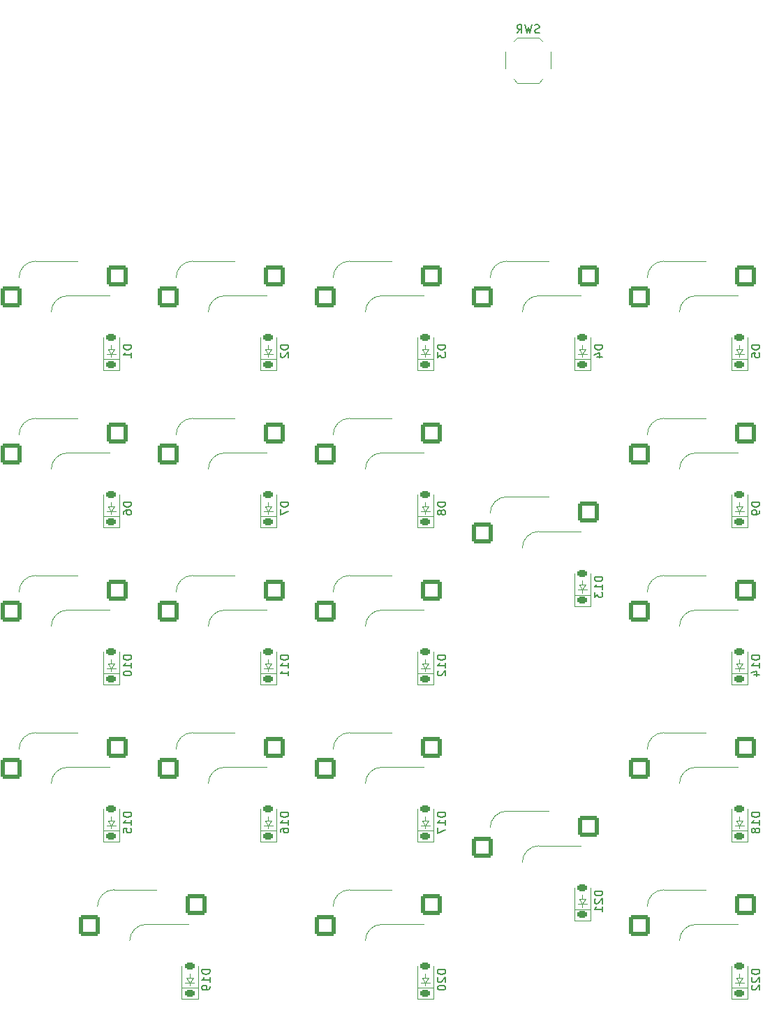
<source format=gbo>
%TF.GenerationSoftware,KiCad,Pcbnew,9.0.6*%
%TF.CreationDate,2025-11-16T09:10:11-08:00*%
%TF.ProjectId,MacroPad,4d616372-6f50-4616-942e-6b696361645f,rev?*%
%TF.SameCoordinates,Original*%
%TF.FileFunction,Legend,Bot*%
%TF.FilePolarity,Positive*%
%FSLAX46Y46*%
G04 Gerber Fmt 4.6, Leading zero omitted, Abs format (unit mm)*
G04 Created by KiCad (PCBNEW 9.0.6) date 2025-11-16 09:10:11*
%MOMM*%
%LPD*%
G01*
G04 APERTURE LIST*
G04 Aperture macros list*
%AMRoundRect*
0 Rectangle with rounded corners*
0 $1 Rounding radius*
0 $2 $3 $4 $5 $6 $7 $8 $9 X,Y pos of 4 corners*
0 Add a 4 corners polygon primitive as box body*
4,1,4,$2,$3,$4,$5,$6,$7,$8,$9,$2,$3,0*
0 Add four circle primitives for the rounded corners*
1,1,$1+$1,$2,$3*
1,1,$1+$1,$4,$5*
1,1,$1+$1,$6,$7*
1,1,$1+$1,$8,$9*
0 Add four rect primitives between the rounded corners*
20,1,$1+$1,$2,$3,$4,$5,0*
20,1,$1+$1,$4,$5,$6,$7,0*
20,1,$1+$1,$6,$7,$8,$9,0*
20,1,$1+$1,$8,$9,$2,$3,0*%
%AMFreePoly0*
4,1,37,0.000000,0.796148,0.078414,0.796148,0.232228,0.765552,0.377117,0.705537,0.507515,0.618408,0.618408,0.507515,0.705537,0.377117,0.765552,0.232228,0.796148,0.078414,0.796148,-0.078414,0.765552,-0.232228,0.705537,-0.377117,0.618408,-0.507515,0.507515,-0.618408,0.377117,-0.705537,0.232228,-0.765552,0.078414,-0.796148,0.000000,-0.796148,0.000000,-0.800000,-0.600000,-0.800000,
-0.603843,-0.796157,-0.639018,-0.796157,-0.711114,-0.766294,-0.766294,-0.711114,-0.796157,-0.639018,-0.796157,-0.603843,-0.800000,-0.600000,-0.800000,0.600000,-0.796157,0.603843,-0.796157,0.639018,-0.766294,0.711114,-0.711114,0.766294,-0.639018,0.796157,-0.603843,0.796157,-0.600000,0.800000,0.000000,0.800000,0.000000,0.796148,0.000000,0.796148,$1*%
%AMFreePoly1*
4,1,37,0.603843,0.796157,0.639018,0.796157,0.711114,0.766294,0.766294,0.711114,0.796157,0.639018,0.796157,0.603843,0.800000,0.600000,0.800000,-0.600000,0.796157,-0.603843,0.796157,-0.639018,0.766294,-0.711114,0.711114,-0.766294,0.639018,-0.796157,0.603843,-0.796157,0.600000,-0.800000,0.000000,-0.800000,0.000000,-0.796148,-0.078414,-0.796148,-0.232228,-0.765552,-0.377117,-0.705537,
-0.507515,-0.618408,-0.618408,-0.507515,-0.705537,-0.377117,-0.765552,-0.232228,-0.796148,-0.078414,-0.796148,0.078414,-0.765552,0.232228,-0.705537,0.377117,-0.618408,0.507515,-0.507515,0.618408,-0.377117,0.705537,-0.232228,0.765552,-0.078414,0.796148,0.000000,0.796148,0.000000,0.800000,0.600000,0.800000,0.603843,0.796157,0.603843,0.796157,$1*%
G04 Aperture macros list end*
%ADD10C,0.150000*%
%ADD11C,0.120000*%
%ADD12C,0.100000*%
%ADD13C,1.750000*%
%ADD14C,3.050000*%
%ADD15C,4.000000*%
%ADD16RoundRect,0.250000X-1.025000X-1.000000X1.025000X-1.000000X1.025000X1.000000X-1.025000X1.000000X0*%
%ADD17C,3.048000*%
%ADD18C,3.987800*%
%ADD19C,2.200000*%
%ADD20C,1.600000*%
%ADD21FreePoly0,90.000000*%
%ADD22FreePoly1,90.000000*%
%ADD23RoundRect,0.200000X0.600000X-0.600000X0.600000X0.600000X-0.600000X0.600000X-0.600000X-0.600000X0*%
%ADD24RoundRect,0.225000X0.375000X-0.225000X0.375000X0.225000X-0.375000X0.225000X-0.375000X-0.225000X0*%
%ADD25R,1.000000X0.750000*%
G04 APERTURE END LIST*
D10*
X76404819Y-160235714D02*
X75404819Y-160235714D01*
X75404819Y-160235714D02*
X75404819Y-160473809D01*
X75404819Y-160473809D02*
X75452438Y-160616666D01*
X75452438Y-160616666D02*
X75547676Y-160711904D01*
X75547676Y-160711904D02*
X75642914Y-160759523D01*
X75642914Y-160759523D02*
X75833390Y-160807142D01*
X75833390Y-160807142D02*
X75976247Y-160807142D01*
X75976247Y-160807142D02*
X76166723Y-160759523D01*
X76166723Y-160759523D02*
X76261961Y-160711904D01*
X76261961Y-160711904D02*
X76357200Y-160616666D01*
X76357200Y-160616666D02*
X76404819Y-160473809D01*
X76404819Y-160473809D02*
X76404819Y-160235714D01*
X76404819Y-161759523D02*
X76404819Y-161188095D01*
X76404819Y-161473809D02*
X75404819Y-161473809D01*
X75404819Y-161473809D02*
X75547676Y-161378571D01*
X75547676Y-161378571D02*
X75642914Y-161283333D01*
X75642914Y-161283333D02*
X75690533Y-161188095D01*
X76404819Y-162235714D02*
X76404819Y-162426190D01*
X76404819Y-162426190D02*
X76357200Y-162521428D01*
X76357200Y-162521428D02*
X76309580Y-162569047D01*
X76309580Y-162569047D02*
X76166723Y-162664285D01*
X76166723Y-162664285D02*
X75976247Y-162711904D01*
X75976247Y-162711904D02*
X75595295Y-162711904D01*
X75595295Y-162711904D02*
X75500057Y-162664285D01*
X75500057Y-162664285D02*
X75452438Y-162616666D01*
X75452438Y-162616666D02*
X75404819Y-162521428D01*
X75404819Y-162521428D02*
X75404819Y-162330952D01*
X75404819Y-162330952D02*
X75452438Y-162235714D01*
X75452438Y-162235714D02*
X75500057Y-162188095D01*
X75500057Y-162188095D02*
X75595295Y-162140476D01*
X75595295Y-162140476D02*
X75833390Y-162140476D01*
X75833390Y-162140476D02*
X75928628Y-162188095D01*
X75928628Y-162188095D02*
X75976247Y-162235714D01*
X75976247Y-162235714D02*
X76023866Y-162330952D01*
X76023866Y-162330952D02*
X76023866Y-162521428D01*
X76023866Y-162521428D02*
X75976247Y-162616666D01*
X75976247Y-162616666D02*
X75928628Y-162664285D01*
X75928628Y-162664285D02*
X75833390Y-162711904D01*
X104979819Y-122135714D02*
X103979819Y-122135714D01*
X103979819Y-122135714D02*
X103979819Y-122373809D01*
X103979819Y-122373809D02*
X104027438Y-122516666D01*
X104027438Y-122516666D02*
X104122676Y-122611904D01*
X104122676Y-122611904D02*
X104217914Y-122659523D01*
X104217914Y-122659523D02*
X104408390Y-122707142D01*
X104408390Y-122707142D02*
X104551247Y-122707142D01*
X104551247Y-122707142D02*
X104741723Y-122659523D01*
X104741723Y-122659523D02*
X104836961Y-122611904D01*
X104836961Y-122611904D02*
X104932200Y-122516666D01*
X104932200Y-122516666D02*
X104979819Y-122373809D01*
X104979819Y-122373809D02*
X104979819Y-122135714D01*
X104979819Y-123659523D02*
X104979819Y-123088095D01*
X104979819Y-123373809D02*
X103979819Y-123373809D01*
X103979819Y-123373809D02*
X104122676Y-123278571D01*
X104122676Y-123278571D02*
X104217914Y-123183333D01*
X104217914Y-123183333D02*
X104265533Y-123088095D01*
X104075057Y-124040476D02*
X104027438Y-124088095D01*
X104027438Y-124088095D02*
X103979819Y-124183333D01*
X103979819Y-124183333D02*
X103979819Y-124421428D01*
X103979819Y-124421428D02*
X104027438Y-124516666D01*
X104027438Y-124516666D02*
X104075057Y-124564285D01*
X104075057Y-124564285D02*
X104170295Y-124611904D01*
X104170295Y-124611904D02*
X104265533Y-124611904D01*
X104265533Y-124611904D02*
X104408390Y-124564285D01*
X104408390Y-124564285D02*
X104979819Y-123992857D01*
X104979819Y-123992857D02*
X104979819Y-124611904D01*
X104979819Y-84511905D02*
X103979819Y-84511905D01*
X103979819Y-84511905D02*
X103979819Y-84750000D01*
X103979819Y-84750000D02*
X104027438Y-84892857D01*
X104027438Y-84892857D02*
X104122676Y-84988095D01*
X104122676Y-84988095D02*
X104217914Y-85035714D01*
X104217914Y-85035714D02*
X104408390Y-85083333D01*
X104408390Y-85083333D02*
X104551247Y-85083333D01*
X104551247Y-85083333D02*
X104741723Y-85035714D01*
X104741723Y-85035714D02*
X104836961Y-84988095D01*
X104836961Y-84988095D02*
X104932200Y-84892857D01*
X104932200Y-84892857D02*
X104979819Y-84750000D01*
X104979819Y-84750000D02*
X104979819Y-84511905D01*
X103979819Y-85416667D02*
X103979819Y-86035714D01*
X103979819Y-86035714D02*
X104360771Y-85702381D01*
X104360771Y-85702381D02*
X104360771Y-85845238D01*
X104360771Y-85845238D02*
X104408390Y-85940476D01*
X104408390Y-85940476D02*
X104456009Y-85988095D01*
X104456009Y-85988095D02*
X104551247Y-86035714D01*
X104551247Y-86035714D02*
X104789342Y-86035714D01*
X104789342Y-86035714D02*
X104884580Y-85988095D01*
X104884580Y-85988095D02*
X104932200Y-85940476D01*
X104932200Y-85940476D02*
X104979819Y-85845238D01*
X104979819Y-85845238D02*
X104979819Y-85559524D01*
X104979819Y-85559524D02*
X104932200Y-85464286D01*
X104932200Y-85464286D02*
X104884580Y-85416667D01*
X124029819Y-150710714D02*
X123029819Y-150710714D01*
X123029819Y-150710714D02*
X123029819Y-150948809D01*
X123029819Y-150948809D02*
X123077438Y-151091666D01*
X123077438Y-151091666D02*
X123172676Y-151186904D01*
X123172676Y-151186904D02*
X123267914Y-151234523D01*
X123267914Y-151234523D02*
X123458390Y-151282142D01*
X123458390Y-151282142D02*
X123601247Y-151282142D01*
X123601247Y-151282142D02*
X123791723Y-151234523D01*
X123791723Y-151234523D02*
X123886961Y-151186904D01*
X123886961Y-151186904D02*
X123982200Y-151091666D01*
X123982200Y-151091666D02*
X124029819Y-150948809D01*
X124029819Y-150948809D02*
X124029819Y-150710714D01*
X123125057Y-151663095D02*
X123077438Y-151710714D01*
X123077438Y-151710714D02*
X123029819Y-151805952D01*
X123029819Y-151805952D02*
X123029819Y-152044047D01*
X123029819Y-152044047D02*
X123077438Y-152139285D01*
X123077438Y-152139285D02*
X123125057Y-152186904D01*
X123125057Y-152186904D02*
X123220295Y-152234523D01*
X123220295Y-152234523D02*
X123315533Y-152234523D01*
X123315533Y-152234523D02*
X123458390Y-152186904D01*
X123458390Y-152186904D02*
X124029819Y-151615476D01*
X124029819Y-151615476D02*
X124029819Y-152234523D01*
X124029819Y-153186904D02*
X124029819Y-152615476D01*
X124029819Y-152901190D02*
X123029819Y-152901190D01*
X123029819Y-152901190D02*
X123172676Y-152805952D01*
X123172676Y-152805952D02*
X123267914Y-152710714D01*
X123267914Y-152710714D02*
X123315533Y-152615476D01*
X143079819Y-103561905D02*
X142079819Y-103561905D01*
X142079819Y-103561905D02*
X142079819Y-103800000D01*
X142079819Y-103800000D02*
X142127438Y-103942857D01*
X142127438Y-103942857D02*
X142222676Y-104038095D01*
X142222676Y-104038095D02*
X142317914Y-104085714D01*
X142317914Y-104085714D02*
X142508390Y-104133333D01*
X142508390Y-104133333D02*
X142651247Y-104133333D01*
X142651247Y-104133333D02*
X142841723Y-104085714D01*
X142841723Y-104085714D02*
X142936961Y-104038095D01*
X142936961Y-104038095D02*
X143032200Y-103942857D01*
X143032200Y-103942857D02*
X143079819Y-103800000D01*
X143079819Y-103800000D02*
X143079819Y-103561905D01*
X143079819Y-104609524D02*
X143079819Y-104800000D01*
X143079819Y-104800000D02*
X143032200Y-104895238D01*
X143032200Y-104895238D02*
X142984580Y-104942857D01*
X142984580Y-104942857D02*
X142841723Y-105038095D01*
X142841723Y-105038095D02*
X142651247Y-105085714D01*
X142651247Y-105085714D02*
X142270295Y-105085714D01*
X142270295Y-105085714D02*
X142175057Y-105038095D01*
X142175057Y-105038095D02*
X142127438Y-104990476D01*
X142127438Y-104990476D02*
X142079819Y-104895238D01*
X142079819Y-104895238D02*
X142079819Y-104704762D01*
X142079819Y-104704762D02*
X142127438Y-104609524D01*
X142127438Y-104609524D02*
X142175057Y-104561905D01*
X142175057Y-104561905D02*
X142270295Y-104514286D01*
X142270295Y-104514286D02*
X142508390Y-104514286D01*
X142508390Y-104514286D02*
X142603628Y-104561905D01*
X142603628Y-104561905D02*
X142651247Y-104609524D01*
X142651247Y-104609524D02*
X142698866Y-104704762D01*
X142698866Y-104704762D02*
X142698866Y-104895238D01*
X142698866Y-104895238D02*
X142651247Y-104990476D01*
X142651247Y-104990476D02*
X142603628Y-105038095D01*
X142603628Y-105038095D02*
X142508390Y-105085714D01*
X143079819Y-84511905D02*
X142079819Y-84511905D01*
X142079819Y-84511905D02*
X142079819Y-84750000D01*
X142079819Y-84750000D02*
X142127438Y-84892857D01*
X142127438Y-84892857D02*
X142222676Y-84988095D01*
X142222676Y-84988095D02*
X142317914Y-85035714D01*
X142317914Y-85035714D02*
X142508390Y-85083333D01*
X142508390Y-85083333D02*
X142651247Y-85083333D01*
X142651247Y-85083333D02*
X142841723Y-85035714D01*
X142841723Y-85035714D02*
X142936961Y-84988095D01*
X142936961Y-84988095D02*
X143032200Y-84892857D01*
X143032200Y-84892857D02*
X143079819Y-84750000D01*
X143079819Y-84750000D02*
X143079819Y-84511905D01*
X142079819Y-85988095D02*
X142079819Y-85511905D01*
X142079819Y-85511905D02*
X142556009Y-85464286D01*
X142556009Y-85464286D02*
X142508390Y-85511905D01*
X142508390Y-85511905D02*
X142460771Y-85607143D01*
X142460771Y-85607143D02*
X142460771Y-85845238D01*
X142460771Y-85845238D02*
X142508390Y-85940476D01*
X142508390Y-85940476D02*
X142556009Y-85988095D01*
X142556009Y-85988095D02*
X142651247Y-86035714D01*
X142651247Y-86035714D02*
X142889342Y-86035714D01*
X142889342Y-86035714D02*
X142984580Y-85988095D01*
X142984580Y-85988095D02*
X143032200Y-85940476D01*
X143032200Y-85940476D02*
X143079819Y-85845238D01*
X143079819Y-85845238D02*
X143079819Y-85607143D01*
X143079819Y-85607143D02*
X143032200Y-85511905D01*
X143032200Y-85511905D02*
X142984580Y-85464286D01*
X143079819Y-122135714D02*
X142079819Y-122135714D01*
X142079819Y-122135714D02*
X142079819Y-122373809D01*
X142079819Y-122373809D02*
X142127438Y-122516666D01*
X142127438Y-122516666D02*
X142222676Y-122611904D01*
X142222676Y-122611904D02*
X142317914Y-122659523D01*
X142317914Y-122659523D02*
X142508390Y-122707142D01*
X142508390Y-122707142D02*
X142651247Y-122707142D01*
X142651247Y-122707142D02*
X142841723Y-122659523D01*
X142841723Y-122659523D02*
X142936961Y-122611904D01*
X142936961Y-122611904D02*
X143032200Y-122516666D01*
X143032200Y-122516666D02*
X143079819Y-122373809D01*
X143079819Y-122373809D02*
X143079819Y-122135714D01*
X143079819Y-123659523D02*
X143079819Y-123088095D01*
X143079819Y-123373809D02*
X142079819Y-123373809D01*
X142079819Y-123373809D02*
X142222676Y-123278571D01*
X142222676Y-123278571D02*
X142317914Y-123183333D01*
X142317914Y-123183333D02*
X142365533Y-123088095D01*
X142413152Y-124516666D02*
X143079819Y-124516666D01*
X142032200Y-124278571D02*
X142746485Y-124040476D01*
X142746485Y-124040476D02*
X142746485Y-124659523D01*
X66879819Y-141185714D02*
X65879819Y-141185714D01*
X65879819Y-141185714D02*
X65879819Y-141423809D01*
X65879819Y-141423809D02*
X65927438Y-141566666D01*
X65927438Y-141566666D02*
X66022676Y-141661904D01*
X66022676Y-141661904D02*
X66117914Y-141709523D01*
X66117914Y-141709523D02*
X66308390Y-141757142D01*
X66308390Y-141757142D02*
X66451247Y-141757142D01*
X66451247Y-141757142D02*
X66641723Y-141709523D01*
X66641723Y-141709523D02*
X66736961Y-141661904D01*
X66736961Y-141661904D02*
X66832200Y-141566666D01*
X66832200Y-141566666D02*
X66879819Y-141423809D01*
X66879819Y-141423809D02*
X66879819Y-141185714D01*
X66879819Y-142709523D02*
X66879819Y-142138095D01*
X66879819Y-142423809D02*
X65879819Y-142423809D01*
X65879819Y-142423809D02*
X66022676Y-142328571D01*
X66022676Y-142328571D02*
X66117914Y-142233333D01*
X66117914Y-142233333D02*
X66165533Y-142138095D01*
X65879819Y-143614285D02*
X65879819Y-143138095D01*
X65879819Y-143138095D02*
X66356009Y-143090476D01*
X66356009Y-143090476D02*
X66308390Y-143138095D01*
X66308390Y-143138095D02*
X66260771Y-143233333D01*
X66260771Y-143233333D02*
X66260771Y-143471428D01*
X66260771Y-143471428D02*
X66308390Y-143566666D01*
X66308390Y-143566666D02*
X66356009Y-143614285D01*
X66356009Y-143614285D02*
X66451247Y-143661904D01*
X66451247Y-143661904D02*
X66689342Y-143661904D01*
X66689342Y-143661904D02*
X66784580Y-143614285D01*
X66784580Y-143614285D02*
X66832200Y-143566666D01*
X66832200Y-143566666D02*
X66879819Y-143471428D01*
X66879819Y-143471428D02*
X66879819Y-143233333D01*
X66879819Y-143233333D02*
X66832200Y-143138095D01*
X66832200Y-143138095D02*
X66784580Y-143090476D01*
X66879819Y-103561905D02*
X65879819Y-103561905D01*
X65879819Y-103561905D02*
X65879819Y-103800000D01*
X65879819Y-103800000D02*
X65927438Y-103942857D01*
X65927438Y-103942857D02*
X66022676Y-104038095D01*
X66022676Y-104038095D02*
X66117914Y-104085714D01*
X66117914Y-104085714D02*
X66308390Y-104133333D01*
X66308390Y-104133333D02*
X66451247Y-104133333D01*
X66451247Y-104133333D02*
X66641723Y-104085714D01*
X66641723Y-104085714D02*
X66736961Y-104038095D01*
X66736961Y-104038095D02*
X66832200Y-103942857D01*
X66832200Y-103942857D02*
X66879819Y-103800000D01*
X66879819Y-103800000D02*
X66879819Y-103561905D01*
X65879819Y-104990476D02*
X65879819Y-104800000D01*
X65879819Y-104800000D02*
X65927438Y-104704762D01*
X65927438Y-104704762D02*
X65975057Y-104657143D01*
X65975057Y-104657143D02*
X66117914Y-104561905D01*
X66117914Y-104561905D02*
X66308390Y-104514286D01*
X66308390Y-104514286D02*
X66689342Y-104514286D01*
X66689342Y-104514286D02*
X66784580Y-104561905D01*
X66784580Y-104561905D02*
X66832200Y-104609524D01*
X66832200Y-104609524D02*
X66879819Y-104704762D01*
X66879819Y-104704762D02*
X66879819Y-104895238D01*
X66879819Y-104895238D02*
X66832200Y-104990476D01*
X66832200Y-104990476D02*
X66784580Y-105038095D01*
X66784580Y-105038095D02*
X66689342Y-105085714D01*
X66689342Y-105085714D02*
X66451247Y-105085714D01*
X66451247Y-105085714D02*
X66356009Y-105038095D01*
X66356009Y-105038095D02*
X66308390Y-104990476D01*
X66308390Y-104990476D02*
X66260771Y-104895238D01*
X66260771Y-104895238D02*
X66260771Y-104704762D01*
X66260771Y-104704762D02*
X66308390Y-104609524D01*
X66308390Y-104609524D02*
X66356009Y-104561905D01*
X66356009Y-104561905D02*
X66451247Y-104514286D01*
X116357142Y-46657200D02*
X116214285Y-46704819D01*
X116214285Y-46704819D02*
X115976190Y-46704819D01*
X115976190Y-46704819D02*
X115880952Y-46657200D01*
X115880952Y-46657200D02*
X115833333Y-46609580D01*
X115833333Y-46609580D02*
X115785714Y-46514342D01*
X115785714Y-46514342D02*
X115785714Y-46419104D01*
X115785714Y-46419104D02*
X115833333Y-46323866D01*
X115833333Y-46323866D02*
X115880952Y-46276247D01*
X115880952Y-46276247D02*
X115976190Y-46228628D01*
X115976190Y-46228628D02*
X116166666Y-46181009D01*
X116166666Y-46181009D02*
X116261904Y-46133390D01*
X116261904Y-46133390D02*
X116309523Y-46085771D01*
X116309523Y-46085771D02*
X116357142Y-45990533D01*
X116357142Y-45990533D02*
X116357142Y-45895295D01*
X116357142Y-45895295D02*
X116309523Y-45800057D01*
X116309523Y-45800057D02*
X116261904Y-45752438D01*
X116261904Y-45752438D02*
X116166666Y-45704819D01*
X116166666Y-45704819D02*
X115928571Y-45704819D01*
X115928571Y-45704819D02*
X115785714Y-45752438D01*
X115452380Y-45704819D02*
X115214285Y-46704819D01*
X115214285Y-46704819D02*
X115023809Y-45990533D01*
X115023809Y-45990533D02*
X114833333Y-46704819D01*
X114833333Y-46704819D02*
X114595238Y-45704819D01*
X113642857Y-46704819D02*
X113976190Y-46228628D01*
X114214285Y-46704819D02*
X114214285Y-45704819D01*
X114214285Y-45704819D02*
X113833333Y-45704819D01*
X113833333Y-45704819D02*
X113738095Y-45752438D01*
X113738095Y-45752438D02*
X113690476Y-45800057D01*
X113690476Y-45800057D02*
X113642857Y-45895295D01*
X113642857Y-45895295D02*
X113642857Y-46038152D01*
X113642857Y-46038152D02*
X113690476Y-46133390D01*
X113690476Y-46133390D02*
X113738095Y-46181009D01*
X113738095Y-46181009D02*
X113833333Y-46228628D01*
X113833333Y-46228628D02*
X114214285Y-46228628D01*
X85929819Y-122135714D02*
X84929819Y-122135714D01*
X84929819Y-122135714D02*
X84929819Y-122373809D01*
X84929819Y-122373809D02*
X84977438Y-122516666D01*
X84977438Y-122516666D02*
X85072676Y-122611904D01*
X85072676Y-122611904D02*
X85167914Y-122659523D01*
X85167914Y-122659523D02*
X85358390Y-122707142D01*
X85358390Y-122707142D02*
X85501247Y-122707142D01*
X85501247Y-122707142D02*
X85691723Y-122659523D01*
X85691723Y-122659523D02*
X85786961Y-122611904D01*
X85786961Y-122611904D02*
X85882200Y-122516666D01*
X85882200Y-122516666D02*
X85929819Y-122373809D01*
X85929819Y-122373809D02*
X85929819Y-122135714D01*
X85929819Y-123659523D02*
X85929819Y-123088095D01*
X85929819Y-123373809D02*
X84929819Y-123373809D01*
X84929819Y-123373809D02*
X85072676Y-123278571D01*
X85072676Y-123278571D02*
X85167914Y-123183333D01*
X85167914Y-123183333D02*
X85215533Y-123088095D01*
X85929819Y-124611904D02*
X85929819Y-124040476D01*
X85929819Y-124326190D02*
X84929819Y-124326190D01*
X84929819Y-124326190D02*
X85072676Y-124230952D01*
X85072676Y-124230952D02*
X85167914Y-124135714D01*
X85167914Y-124135714D02*
X85215533Y-124040476D01*
X85929819Y-84511905D02*
X84929819Y-84511905D01*
X84929819Y-84511905D02*
X84929819Y-84750000D01*
X84929819Y-84750000D02*
X84977438Y-84892857D01*
X84977438Y-84892857D02*
X85072676Y-84988095D01*
X85072676Y-84988095D02*
X85167914Y-85035714D01*
X85167914Y-85035714D02*
X85358390Y-85083333D01*
X85358390Y-85083333D02*
X85501247Y-85083333D01*
X85501247Y-85083333D02*
X85691723Y-85035714D01*
X85691723Y-85035714D02*
X85786961Y-84988095D01*
X85786961Y-84988095D02*
X85882200Y-84892857D01*
X85882200Y-84892857D02*
X85929819Y-84750000D01*
X85929819Y-84750000D02*
X85929819Y-84511905D01*
X85025057Y-85464286D02*
X84977438Y-85511905D01*
X84977438Y-85511905D02*
X84929819Y-85607143D01*
X84929819Y-85607143D02*
X84929819Y-85845238D01*
X84929819Y-85845238D02*
X84977438Y-85940476D01*
X84977438Y-85940476D02*
X85025057Y-85988095D01*
X85025057Y-85988095D02*
X85120295Y-86035714D01*
X85120295Y-86035714D02*
X85215533Y-86035714D01*
X85215533Y-86035714D02*
X85358390Y-85988095D01*
X85358390Y-85988095D02*
X85929819Y-85416667D01*
X85929819Y-85416667D02*
X85929819Y-86035714D01*
X66879819Y-84511905D02*
X65879819Y-84511905D01*
X65879819Y-84511905D02*
X65879819Y-84750000D01*
X65879819Y-84750000D02*
X65927438Y-84892857D01*
X65927438Y-84892857D02*
X66022676Y-84988095D01*
X66022676Y-84988095D02*
X66117914Y-85035714D01*
X66117914Y-85035714D02*
X66308390Y-85083333D01*
X66308390Y-85083333D02*
X66451247Y-85083333D01*
X66451247Y-85083333D02*
X66641723Y-85035714D01*
X66641723Y-85035714D02*
X66736961Y-84988095D01*
X66736961Y-84988095D02*
X66832200Y-84892857D01*
X66832200Y-84892857D02*
X66879819Y-84750000D01*
X66879819Y-84750000D02*
X66879819Y-84511905D01*
X66879819Y-86035714D02*
X66879819Y-85464286D01*
X66879819Y-85750000D02*
X65879819Y-85750000D01*
X65879819Y-85750000D02*
X66022676Y-85654762D01*
X66022676Y-85654762D02*
X66117914Y-85559524D01*
X66117914Y-85559524D02*
X66165533Y-85464286D01*
X124029819Y-84511905D02*
X123029819Y-84511905D01*
X123029819Y-84511905D02*
X123029819Y-84750000D01*
X123029819Y-84750000D02*
X123077438Y-84892857D01*
X123077438Y-84892857D02*
X123172676Y-84988095D01*
X123172676Y-84988095D02*
X123267914Y-85035714D01*
X123267914Y-85035714D02*
X123458390Y-85083333D01*
X123458390Y-85083333D02*
X123601247Y-85083333D01*
X123601247Y-85083333D02*
X123791723Y-85035714D01*
X123791723Y-85035714D02*
X123886961Y-84988095D01*
X123886961Y-84988095D02*
X123982200Y-84892857D01*
X123982200Y-84892857D02*
X124029819Y-84750000D01*
X124029819Y-84750000D02*
X124029819Y-84511905D01*
X123363152Y-85940476D02*
X124029819Y-85940476D01*
X122982200Y-85702381D02*
X123696485Y-85464286D01*
X123696485Y-85464286D02*
X123696485Y-86083333D01*
X124029819Y-112610714D02*
X123029819Y-112610714D01*
X123029819Y-112610714D02*
X123029819Y-112848809D01*
X123029819Y-112848809D02*
X123077438Y-112991666D01*
X123077438Y-112991666D02*
X123172676Y-113086904D01*
X123172676Y-113086904D02*
X123267914Y-113134523D01*
X123267914Y-113134523D02*
X123458390Y-113182142D01*
X123458390Y-113182142D02*
X123601247Y-113182142D01*
X123601247Y-113182142D02*
X123791723Y-113134523D01*
X123791723Y-113134523D02*
X123886961Y-113086904D01*
X123886961Y-113086904D02*
X123982200Y-112991666D01*
X123982200Y-112991666D02*
X124029819Y-112848809D01*
X124029819Y-112848809D02*
X124029819Y-112610714D01*
X124029819Y-114134523D02*
X124029819Y-113563095D01*
X124029819Y-113848809D02*
X123029819Y-113848809D01*
X123029819Y-113848809D02*
X123172676Y-113753571D01*
X123172676Y-113753571D02*
X123267914Y-113658333D01*
X123267914Y-113658333D02*
X123315533Y-113563095D01*
X123029819Y-114467857D02*
X123029819Y-115086904D01*
X123029819Y-115086904D02*
X123410771Y-114753571D01*
X123410771Y-114753571D02*
X123410771Y-114896428D01*
X123410771Y-114896428D02*
X123458390Y-114991666D01*
X123458390Y-114991666D02*
X123506009Y-115039285D01*
X123506009Y-115039285D02*
X123601247Y-115086904D01*
X123601247Y-115086904D02*
X123839342Y-115086904D01*
X123839342Y-115086904D02*
X123934580Y-115039285D01*
X123934580Y-115039285D02*
X123982200Y-114991666D01*
X123982200Y-114991666D02*
X124029819Y-114896428D01*
X124029819Y-114896428D02*
X124029819Y-114610714D01*
X124029819Y-114610714D02*
X123982200Y-114515476D01*
X123982200Y-114515476D02*
X123934580Y-114467857D01*
X66879819Y-122135714D02*
X65879819Y-122135714D01*
X65879819Y-122135714D02*
X65879819Y-122373809D01*
X65879819Y-122373809D02*
X65927438Y-122516666D01*
X65927438Y-122516666D02*
X66022676Y-122611904D01*
X66022676Y-122611904D02*
X66117914Y-122659523D01*
X66117914Y-122659523D02*
X66308390Y-122707142D01*
X66308390Y-122707142D02*
X66451247Y-122707142D01*
X66451247Y-122707142D02*
X66641723Y-122659523D01*
X66641723Y-122659523D02*
X66736961Y-122611904D01*
X66736961Y-122611904D02*
X66832200Y-122516666D01*
X66832200Y-122516666D02*
X66879819Y-122373809D01*
X66879819Y-122373809D02*
X66879819Y-122135714D01*
X66879819Y-123659523D02*
X66879819Y-123088095D01*
X66879819Y-123373809D02*
X65879819Y-123373809D01*
X65879819Y-123373809D02*
X66022676Y-123278571D01*
X66022676Y-123278571D02*
X66117914Y-123183333D01*
X66117914Y-123183333D02*
X66165533Y-123088095D01*
X65879819Y-124278571D02*
X65879819Y-124373809D01*
X65879819Y-124373809D02*
X65927438Y-124469047D01*
X65927438Y-124469047D02*
X65975057Y-124516666D01*
X65975057Y-124516666D02*
X66070295Y-124564285D01*
X66070295Y-124564285D02*
X66260771Y-124611904D01*
X66260771Y-124611904D02*
X66498866Y-124611904D01*
X66498866Y-124611904D02*
X66689342Y-124564285D01*
X66689342Y-124564285D02*
X66784580Y-124516666D01*
X66784580Y-124516666D02*
X66832200Y-124469047D01*
X66832200Y-124469047D02*
X66879819Y-124373809D01*
X66879819Y-124373809D02*
X66879819Y-124278571D01*
X66879819Y-124278571D02*
X66832200Y-124183333D01*
X66832200Y-124183333D02*
X66784580Y-124135714D01*
X66784580Y-124135714D02*
X66689342Y-124088095D01*
X66689342Y-124088095D02*
X66498866Y-124040476D01*
X66498866Y-124040476D02*
X66260771Y-124040476D01*
X66260771Y-124040476D02*
X66070295Y-124088095D01*
X66070295Y-124088095D02*
X65975057Y-124135714D01*
X65975057Y-124135714D02*
X65927438Y-124183333D01*
X65927438Y-124183333D02*
X65879819Y-124278571D01*
X104979819Y-141185714D02*
X103979819Y-141185714D01*
X103979819Y-141185714D02*
X103979819Y-141423809D01*
X103979819Y-141423809D02*
X104027438Y-141566666D01*
X104027438Y-141566666D02*
X104122676Y-141661904D01*
X104122676Y-141661904D02*
X104217914Y-141709523D01*
X104217914Y-141709523D02*
X104408390Y-141757142D01*
X104408390Y-141757142D02*
X104551247Y-141757142D01*
X104551247Y-141757142D02*
X104741723Y-141709523D01*
X104741723Y-141709523D02*
X104836961Y-141661904D01*
X104836961Y-141661904D02*
X104932200Y-141566666D01*
X104932200Y-141566666D02*
X104979819Y-141423809D01*
X104979819Y-141423809D02*
X104979819Y-141185714D01*
X104979819Y-142709523D02*
X104979819Y-142138095D01*
X104979819Y-142423809D02*
X103979819Y-142423809D01*
X103979819Y-142423809D02*
X104122676Y-142328571D01*
X104122676Y-142328571D02*
X104217914Y-142233333D01*
X104217914Y-142233333D02*
X104265533Y-142138095D01*
X103979819Y-143042857D02*
X103979819Y-143709523D01*
X103979819Y-143709523D02*
X104979819Y-143280952D01*
X143079819Y-141185714D02*
X142079819Y-141185714D01*
X142079819Y-141185714D02*
X142079819Y-141423809D01*
X142079819Y-141423809D02*
X142127438Y-141566666D01*
X142127438Y-141566666D02*
X142222676Y-141661904D01*
X142222676Y-141661904D02*
X142317914Y-141709523D01*
X142317914Y-141709523D02*
X142508390Y-141757142D01*
X142508390Y-141757142D02*
X142651247Y-141757142D01*
X142651247Y-141757142D02*
X142841723Y-141709523D01*
X142841723Y-141709523D02*
X142936961Y-141661904D01*
X142936961Y-141661904D02*
X143032200Y-141566666D01*
X143032200Y-141566666D02*
X143079819Y-141423809D01*
X143079819Y-141423809D02*
X143079819Y-141185714D01*
X143079819Y-142709523D02*
X143079819Y-142138095D01*
X143079819Y-142423809D02*
X142079819Y-142423809D01*
X142079819Y-142423809D02*
X142222676Y-142328571D01*
X142222676Y-142328571D02*
X142317914Y-142233333D01*
X142317914Y-142233333D02*
X142365533Y-142138095D01*
X142508390Y-143280952D02*
X142460771Y-143185714D01*
X142460771Y-143185714D02*
X142413152Y-143138095D01*
X142413152Y-143138095D02*
X142317914Y-143090476D01*
X142317914Y-143090476D02*
X142270295Y-143090476D01*
X142270295Y-143090476D02*
X142175057Y-143138095D01*
X142175057Y-143138095D02*
X142127438Y-143185714D01*
X142127438Y-143185714D02*
X142079819Y-143280952D01*
X142079819Y-143280952D02*
X142079819Y-143471428D01*
X142079819Y-143471428D02*
X142127438Y-143566666D01*
X142127438Y-143566666D02*
X142175057Y-143614285D01*
X142175057Y-143614285D02*
X142270295Y-143661904D01*
X142270295Y-143661904D02*
X142317914Y-143661904D01*
X142317914Y-143661904D02*
X142413152Y-143614285D01*
X142413152Y-143614285D02*
X142460771Y-143566666D01*
X142460771Y-143566666D02*
X142508390Y-143471428D01*
X142508390Y-143471428D02*
X142508390Y-143280952D01*
X142508390Y-143280952D02*
X142556009Y-143185714D01*
X142556009Y-143185714D02*
X142603628Y-143138095D01*
X142603628Y-143138095D02*
X142698866Y-143090476D01*
X142698866Y-143090476D02*
X142889342Y-143090476D01*
X142889342Y-143090476D02*
X142984580Y-143138095D01*
X142984580Y-143138095D02*
X143032200Y-143185714D01*
X143032200Y-143185714D02*
X143079819Y-143280952D01*
X143079819Y-143280952D02*
X143079819Y-143471428D01*
X143079819Y-143471428D02*
X143032200Y-143566666D01*
X143032200Y-143566666D02*
X142984580Y-143614285D01*
X142984580Y-143614285D02*
X142889342Y-143661904D01*
X142889342Y-143661904D02*
X142698866Y-143661904D01*
X142698866Y-143661904D02*
X142603628Y-143614285D01*
X142603628Y-143614285D02*
X142556009Y-143566666D01*
X142556009Y-143566666D02*
X142508390Y-143471428D01*
X85929819Y-103561905D02*
X84929819Y-103561905D01*
X84929819Y-103561905D02*
X84929819Y-103800000D01*
X84929819Y-103800000D02*
X84977438Y-103942857D01*
X84977438Y-103942857D02*
X85072676Y-104038095D01*
X85072676Y-104038095D02*
X85167914Y-104085714D01*
X85167914Y-104085714D02*
X85358390Y-104133333D01*
X85358390Y-104133333D02*
X85501247Y-104133333D01*
X85501247Y-104133333D02*
X85691723Y-104085714D01*
X85691723Y-104085714D02*
X85786961Y-104038095D01*
X85786961Y-104038095D02*
X85882200Y-103942857D01*
X85882200Y-103942857D02*
X85929819Y-103800000D01*
X85929819Y-103800000D02*
X85929819Y-103561905D01*
X84929819Y-104466667D02*
X84929819Y-105133333D01*
X84929819Y-105133333D02*
X85929819Y-104704762D01*
X104979819Y-103561905D02*
X103979819Y-103561905D01*
X103979819Y-103561905D02*
X103979819Y-103800000D01*
X103979819Y-103800000D02*
X104027438Y-103942857D01*
X104027438Y-103942857D02*
X104122676Y-104038095D01*
X104122676Y-104038095D02*
X104217914Y-104085714D01*
X104217914Y-104085714D02*
X104408390Y-104133333D01*
X104408390Y-104133333D02*
X104551247Y-104133333D01*
X104551247Y-104133333D02*
X104741723Y-104085714D01*
X104741723Y-104085714D02*
X104836961Y-104038095D01*
X104836961Y-104038095D02*
X104932200Y-103942857D01*
X104932200Y-103942857D02*
X104979819Y-103800000D01*
X104979819Y-103800000D02*
X104979819Y-103561905D01*
X104408390Y-104704762D02*
X104360771Y-104609524D01*
X104360771Y-104609524D02*
X104313152Y-104561905D01*
X104313152Y-104561905D02*
X104217914Y-104514286D01*
X104217914Y-104514286D02*
X104170295Y-104514286D01*
X104170295Y-104514286D02*
X104075057Y-104561905D01*
X104075057Y-104561905D02*
X104027438Y-104609524D01*
X104027438Y-104609524D02*
X103979819Y-104704762D01*
X103979819Y-104704762D02*
X103979819Y-104895238D01*
X103979819Y-104895238D02*
X104027438Y-104990476D01*
X104027438Y-104990476D02*
X104075057Y-105038095D01*
X104075057Y-105038095D02*
X104170295Y-105085714D01*
X104170295Y-105085714D02*
X104217914Y-105085714D01*
X104217914Y-105085714D02*
X104313152Y-105038095D01*
X104313152Y-105038095D02*
X104360771Y-104990476D01*
X104360771Y-104990476D02*
X104408390Y-104895238D01*
X104408390Y-104895238D02*
X104408390Y-104704762D01*
X104408390Y-104704762D02*
X104456009Y-104609524D01*
X104456009Y-104609524D02*
X104503628Y-104561905D01*
X104503628Y-104561905D02*
X104598866Y-104514286D01*
X104598866Y-104514286D02*
X104789342Y-104514286D01*
X104789342Y-104514286D02*
X104884580Y-104561905D01*
X104884580Y-104561905D02*
X104932200Y-104609524D01*
X104932200Y-104609524D02*
X104979819Y-104704762D01*
X104979819Y-104704762D02*
X104979819Y-104895238D01*
X104979819Y-104895238D02*
X104932200Y-104990476D01*
X104932200Y-104990476D02*
X104884580Y-105038095D01*
X104884580Y-105038095D02*
X104789342Y-105085714D01*
X104789342Y-105085714D02*
X104598866Y-105085714D01*
X104598866Y-105085714D02*
X104503628Y-105038095D01*
X104503628Y-105038095D02*
X104456009Y-104990476D01*
X104456009Y-104990476D02*
X104408390Y-104895238D01*
X143079819Y-160235714D02*
X142079819Y-160235714D01*
X142079819Y-160235714D02*
X142079819Y-160473809D01*
X142079819Y-160473809D02*
X142127438Y-160616666D01*
X142127438Y-160616666D02*
X142222676Y-160711904D01*
X142222676Y-160711904D02*
X142317914Y-160759523D01*
X142317914Y-160759523D02*
X142508390Y-160807142D01*
X142508390Y-160807142D02*
X142651247Y-160807142D01*
X142651247Y-160807142D02*
X142841723Y-160759523D01*
X142841723Y-160759523D02*
X142936961Y-160711904D01*
X142936961Y-160711904D02*
X143032200Y-160616666D01*
X143032200Y-160616666D02*
X143079819Y-160473809D01*
X143079819Y-160473809D02*
X143079819Y-160235714D01*
X142175057Y-161188095D02*
X142127438Y-161235714D01*
X142127438Y-161235714D02*
X142079819Y-161330952D01*
X142079819Y-161330952D02*
X142079819Y-161569047D01*
X142079819Y-161569047D02*
X142127438Y-161664285D01*
X142127438Y-161664285D02*
X142175057Y-161711904D01*
X142175057Y-161711904D02*
X142270295Y-161759523D01*
X142270295Y-161759523D02*
X142365533Y-161759523D01*
X142365533Y-161759523D02*
X142508390Y-161711904D01*
X142508390Y-161711904D02*
X143079819Y-161140476D01*
X143079819Y-161140476D02*
X143079819Y-161759523D01*
X142175057Y-162140476D02*
X142127438Y-162188095D01*
X142127438Y-162188095D02*
X142079819Y-162283333D01*
X142079819Y-162283333D02*
X142079819Y-162521428D01*
X142079819Y-162521428D02*
X142127438Y-162616666D01*
X142127438Y-162616666D02*
X142175057Y-162664285D01*
X142175057Y-162664285D02*
X142270295Y-162711904D01*
X142270295Y-162711904D02*
X142365533Y-162711904D01*
X142365533Y-162711904D02*
X142508390Y-162664285D01*
X142508390Y-162664285D02*
X143079819Y-162092857D01*
X143079819Y-162092857D02*
X143079819Y-162711904D01*
X104979819Y-160235714D02*
X103979819Y-160235714D01*
X103979819Y-160235714D02*
X103979819Y-160473809D01*
X103979819Y-160473809D02*
X104027438Y-160616666D01*
X104027438Y-160616666D02*
X104122676Y-160711904D01*
X104122676Y-160711904D02*
X104217914Y-160759523D01*
X104217914Y-160759523D02*
X104408390Y-160807142D01*
X104408390Y-160807142D02*
X104551247Y-160807142D01*
X104551247Y-160807142D02*
X104741723Y-160759523D01*
X104741723Y-160759523D02*
X104836961Y-160711904D01*
X104836961Y-160711904D02*
X104932200Y-160616666D01*
X104932200Y-160616666D02*
X104979819Y-160473809D01*
X104979819Y-160473809D02*
X104979819Y-160235714D01*
X104075057Y-161188095D02*
X104027438Y-161235714D01*
X104027438Y-161235714D02*
X103979819Y-161330952D01*
X103979819Y-161330952D02*
X103979819Y-161569047D01*
X103979819Y-161569047D02*
X104027438Y-161664285D01*
X104027438Y-161664285D02*
X104075057Y-161711904D01*
X104075057Y-161711904D02*
X104170295Y-161759523D01*
X104170295Y-161759523D02*
X104265533Y-161759523D01*
X104265533Y-161759523D02*
X104408390Y-161711904D01*
X104408390Y-161711904D02*
X104979819Y-161140476D01*
X104979819Y-161140476D02*
X104979819Y-161759523D01*
X103979819Y-162378571D02*
X103979819Y-162473809D01*
X103979819Y-162473809D02*
X104027438Y-162569047D01*
X104027438Y-162569047D02*
X104075057Y-162616666D01*
X104075057Y-162616666D02*
X104170295Y-162664285D01*
X104170295Y-162664285D02*
X104360771Y-162711904D01*
X104360771Y-162711904D02*
X104598866Y-162711904D01*
X104598866Y-162711904D02*
X104789342Y-162664285D01*
X104789342Y-162664285D02*
X104884580Y-162616666D01*
X104884580Y-162616666D02*
X104932200Y-162569047D01*
X104932200Y-162569047D02*
X104979819Y-162473809D01*
X104979819Y-162473809D02*
X104979819Y-162378571D01*
X104979819Y-162378571D02*
X104932200Y-162283333D01*
X104932200Y-162283333D02*
X104884580Y-162235714D01*
X104884580Y-162235714D02*
X104789342Y-162188095D01*
X104789342Y-162188095D02*
X104598866Y-162140476D01*
X104598866Y-162140476D02*
X104360771Y-162140476D01*
X104360771Y-162140476D02*
X104170295Y-162188095D01*
X104170295Y-162188095D02*
X104075057Y-162235714D01*
X104075057Y-162235714D02*
X104027438Y-162283333D01*
X104027438Y-162283333D02*
X103979819Y-162378571D01*
X85929819Y-141185714D02*
X84929819Y-141185714D01*
X84929819Y-141185714D02*
X84929819Y-141423809D01*
X84929819Y-141423809D02*
X84977438Y-141566666D01*
X84977438Y-141566666D02*
X85072676Y-141661904D01*
X85072676Y-141661904D02*
X85167914Y-141709523D01*
X85167914Y-141709523D02*
X85358390Y-141757142D01*
X85358390Y-141757142D02*
X85501247Y-141757142D01*
X85501247Y-141757142D02*
X85691723Y-141709523D01*
X85691723Y-141709523D02*
X85786961Y-141661904D01*
X85786961Y-141661904D02*
X85882200Y-141566666D01*
X85882200Y-141566666D02*
X85929819Y-141423809D01*
X85929819Y-141423809D02*
X85929819Y-141185714D01*
X85929819Y-142709523D02*
X85929819Y-142138095D01*
X85929819Y-142423809D02*
X84929819Y-142423809D01*
X84929819Y-142423809D02*
X85072676Y-142328571D01*
X85072676Y-142328571D02*
X85167914Y-142233333D01*
X85167914Y-142233333D02*
X85215533Y-142138095D01*
X84929819Y-143566666D02*
X84929819Y-143376190D01*
X84929819Y-143376190D02*
X84977438Y-143280952D01*
X84977438Y-143280952D02*
X85025057Y-143233333D01*
X85025057Y-143233333D02*
X85167914Y-143138095D01*
X85167914Y-143138095D02*
X85358390Y-143090476D01*
X85358390Y-143090476D02*
X85739342Y-143090476D01*
X85739342Y-143090476D02*
X85834580Y-143138095D01*
X85834580Y-143138095D02*
X85882200Y-143185714D01*
X85882200Y-143185714D02*
X85929819Y-143280952D01*
X85929819Y-143280952D02*
X85929819Y-143471428D01*
X85929819Y-143471428D02*
X85882200Y-143566666D01*
X85882200Y-143566666D02*
X85834580Y-143614285D01*
X85834580Y-143614285D02*
X85739342Y-143661904D01*
X85739342Y-143661904D02*
X85501247Y-143661904D01*
X85501247Y-143661904D02*
X85406009Y-143614285D01*
X85406009Y-143614285D02*
X85358390Y-143566666D01*
X85358390Y-143566666D02*
X85310771Y-143471428D01*
X85310771Y-143471428D02*
X85310771Y-143280952D01*
X85310771Y-143280952D02*
X85358390Y-143185714D01*
X85358390Y-143185714D02*
X85406009Y-143138095D01*
X85406009Y-143138095D02*
X85501247Y-143090476D01*
D11*
%TO.C,SW16*%
X74295000Y-131500000D02*
X79395000Y-131500000D01*
X78195000Y-135700000D02*
X83295000Y-135700000D01*
X72295000Y-133500000D02*
G75*
G02*
X74295000Y-131500000I1999999J1D01*
G01*
X76195000Y-137700000D02*
G75*
G02*
X78195000Y-135700000I1999999J1D01*
G01*
%TO.C,SW6*%
X55245000Y-93400000D02*
X60345000Y-93400000D01*
X59145000Y-97600000D02*
X64245000Y-97600000D01*
X53245000Y-95400000D02*
G75*
G02*
X55245000Y-93400000I1999999J1D01*
G01*
X57145000Y-99600000D02*
G75*
G02*
X59145000Y-97600000I1999999J1D01*
G01*
%TO.C,SW15*%
X55245000Y-131500000D02*
X60345000Y-131500000D01*
X59145000Y-135700000D02*
X64245000Y-135700000D01*
X53245000Y-133500000D02*
G75*
G02*
X55245000Y-131500000I1999999J1D01*
G01*
X57145000Y-137700000D02*
G75*
G02*
X59145000Y-135700000I1999999J1D01*
G01*
%TO.C,SW1*%
X55245000Y-74350000D02*
X60345000Y-74350000D01*
X59145000Y-78550000D02*
X64245000Y-78550000D01*
X53245000Y-76350000D02*
G75*
G02*
X55245000Y-74350000I1999999J1D01*
G01*
X57145000Y-80550000D02*
G75*
G02*
X59145000Y-78550000I1999999J1D01*
G01*
%TO.C,SW12*%
X93345000Y-112450000D02*
X98445000Y-112450000D01*
X97245000Y-116650000D02*
X102345000Y-116650000D01*
X91345000Y-114450000D02*
G75*
G02*
X93345000Y-112450000I1999999J1D01*
G01*
X95245000Y-118650000D02*
G75*
G02*
X97245000Y-116650000I1999999J1D01*
G01*
%TO.C,SW21*%
X112395000Y-141025000D02*
X117495000Y-141025000D01*
X116295000Y-145225000D02*
X121395000Y-145225000D01*
X110395000Y-143025000D02*
G75*
G02*
X112395000Y-141025000I1999999J1D01*
G01*
X114295000Y-147225000D02*
G75*
G02*
X116295000Y-145225000I1999999J1D01*
G01*
%TO.C,SW18*%
X131445000Y-131500000D02*
X136545000Y-131500000D01*
X135345000Y-135700000D02*
X140445000Y-135700000D01*
X129445000Y-133500000D02*
G75*
G02*
X131445000Y-131500000I1999999J1D01*
G01*
X133345000Y-137700000D02*
G75*
G02*
X135345000Y-135700000I1999999J1D01*
G01*
%TO.C,SW2*%
X74295000Y-74350000D02*
X79395000Y-74350000D01*
X78195000Y-78550000D02*
X83295000Y-78550000D01*
X72295000Y-76350000D02*
G75*
G02*
X74295000Y-74350000I1999999J1D01*
G01*
X76195000Y-80550000D02*
G75*
G02*
X78195000Y-78550000I1999999J1D01*
G01*
%TO.C,SW19*%
X64770000Y-150550000D02*
X69870000Y-150550000D01*
X68670000Y-154750000D02*
X73770000Y-154750000D01*
X62770000Y-152550000D02*
G75*
G02*
X64770000Y-150550000I1999999J1D01*
G01*
X66670000Y-156750000D02*
G75*
G02*
X68670000Y-154750000I1999999J1D01*
G01*
%TO.C,SW17*%
X93345000Y-131500000D02*
X98445000Y-131500000D01*
X97245000Y-135700000D02*
X102345000Y-135700000D01*
X91345000Y-133500000D02*
G75*
G02*
X93345000Y-131500000I1999999J1D01*
G01*
X95245000Y-137700000D02*
G75*
G02*
X97245000Y-135700000I1999999J1D01*
G01*
%TO.C,SW5*%
X131445000Y-74350000D02*
X136545000Y-74350000D01*
X135345000Y-78550000D02*
X140445000Y-78550000D01*
X129445000Y-76350000D02*
G75*
G02*
X131445000Y-74350000I1999999J1D01*
G01*
X133345000Y-80550000D02*
G75*
G02*
X135345000Y-78550000I1999999J1D01*
G01*
%TO.C,SW11*%
X74295000Y-112450000D02*
X79395000Y-112450000D01*
X78195000Y-116650000D02*
X83295000Y-116650000D01*
X72295000Y-114450000D02*
G75*
G02*
X74295000Y-112450000I1999999J1D01*
G01*
X76195000Y-118650000D02*
G75*
G02*
X78195000Y-116650000I1999999J1D01*
G01*
%TO.C,SW7*%
X74295000Y-93400000D02*
X79395000Y-93400000D01*
X78195000Y-97600000D02*
X83295000Y-97600000D01*
X72295000Y-95400000D02*
G75*
G02*
X74295000Y-93400000I1999999J1D01*
G01*
X76195000Y-99600000D02*
G75*
G02*
X78195000Y-97600000I1999999J1D01*
G01*
%TO.C,SW4*%
X112395000Y-74350000D02*
X117495000Y-74350000D01*
X116295000Y-78550000D02*
X121395000Y-78550000D01*
X110395000Y-76350000D02*
G75*
G02*
X112395000Y-74350000I1999999J1D01*
G01*
X114295000Y-80550000D02*
G75*
G02*
X116295000Y-78550000I1999999J1D01*
G01*
%TO.C,SW10*%
X55245000Y-112450000D02*
X60345000Y-112450000D01*
X59145000Y-116650000D02*
X64245000Y-116650000D01*
X53245000Y-114450000D02*
G75*
G02*
X55245000Y-112450000I1999999J1D01*
G01*
X57145000Y-118650000D02*
G75*
G02*
X59145000Y-116650000I1999999J1D01*
G01*
%TO.C,SW14*%
X131445000Y-112450000D02*
X136545000Y-112450000D01*
X135345000Y-116650000D02*
X140445000Y-116650000D01*
X129445000Y-114450000D02*
G75*
G02*
X131445000Y-112450000I1999999J1D01*
G01*
X133345000Y-118650000D02*
G75*
G02*
X135345000Y-116650000I1999999J1D01*
G01*
%TO.C,SW13*%
X112395000Y-102925000D02*
X117495000Y-102925000D01*
X116295000Y-107125000D02*
X121395000Y-107125000D01*
X110395000Y-104925000D02*
G75*
G02*
X112395000Y-102925000I1999999J1D01*
G01*
X114295000Y-109125000D02*
G75*
G02*
X116295000Y-107125000I1999999J1D01*
G01*
%TO.C,SW3*%
X93345000Y-74350000D02*
X98445000Y-74350000D01*
X97245000Y-78550000D02*
X102345000Y-78550000D01*
X91345000Y-76350000D02*
G75*
G02*
X93345000Y-74350000I1999999J1D01*
G01*
X95245000Y-80550000D02*
G75*
G02*
X97245000Y-78550000I1999999J1D01*
G01*
%TO.C,SW20*%
X93345000Y-150550000D02*
X98445000Y-150550000D01*
X97245000Y-154750000D02*
X102345000Y-154750000D01*
X91345000Y-152550000D02*
G75*
G02*
X93345000Y-150550000I1999999J1D01*
G01*
X95245000Y-156750000D02*
G75*
G02*
X97245000Y-154750000I1999999J1D01*
G01*
%TO.C,SW8*%
X93345000Y-93400000D02*
X98445000Y-93400000D01*
X97245000Y-97600000D02*
X102345000Y-97600000D01*
X91345000Y-95400000D02*
G75*
G02*
X93345000Y-93400000I1999999J1D01*
G01*
X95245000Y-99600000D02*
G75*
G02*
X97245000Y-97600000I1999999J1D01*
G01*
%TO.C,SW22*%
X131445000Y-150550000D02*
X136545000Y-150550000D01*
X135345000Y-154750000D02*
X140445000Y-154750000D01*
X129445000Y-152550000D02*
G75*
G02*
X131445000Y-150550000I1999999J1D01*
G01*
X133345000Y-156750000D02*
G75*
G02*
X135345000Y-154750000I1999999J1D01*
G01*
%TO.C,SW9*%
X131445000Y-93400000D02*
X136545000Y-93400000D01*
X135345000Y-97600000D02*
X140445000Y-97600000D01*
X129445000Y-95400000D02*
G75*
G02*
X131445000Y-93400000I1999999J1D01*
G01*
X133345000Y-99600000D02*
G75*
G02*
X135345000Y-97600000I1999999J1D01*
G01*
%TO.C,D19*%
X72950000Y-163810000D02*
X72950000Y-159800000D01*
D12*
X73400000Y-161800000D02*
X73950000Y-161800000D01*
X73550000Y-161200000D02*
X73950000Y-161800000D01*
X73950000Y-160700000D02*
X73950000Y-161200000D01*
X73950000Y-161200000D02*
X73950000Y-160700000D01*
X73950000Y-161800000D02*
X74350000Y-161200000D01*
X73950000Y-161800000D02*
X74500000Y-161800000D01*
X73950000Y-162200000D02*
X73950000Y-161800000D01*
X74350000Y-161200000D02*
X73550000Y-161200000D01*
X74500000Y-161800000D02*
X73400000Y-161800000D01*
X74950000Y-162450000D02*
X72950000Y-162450000D01*
D11*
X74950000Y-163810000D02*
X72950000Y-163810000D01*
X74950000Y-163810000D02*
X74950000Y-159800000D01*
%TO.C,D12*%
X101525000Y-125710000D02*
X101525000Y-121700000D01*
D12*
X101975000Y-123700000D02*
X102525000Y-123700000D01*
X102125000Y-123100000D02*
X102525000Y-123700000D01*
X102525000Y-122600000D02*
X102525000Y-123100000D01*
X102525000Y-123100000D02*
X102525000Y-122600000D01*
X102525000Y-123700000D02*
X102925000Y-123100000D01*
X102525000Y-123700000D02*
X103075000Y-123700000D01*
X102525000Y-124100000D02*
X102525000Y-123700000D01*
X102925000Y-123100000D02*
X102125000Y-123100000D01*
X103075000Y-123700000D02*
X101975000Y-123700000D01*
X103525000Y-124350000D02*
X101525000Y-124350000D01*
D11*
X103525000Y-125710000D02*
X101525000Y-125710000D01*
X103525000Y-125710000D02*
X103525000Y-121700000D01*
%TO.C,D3*%
X101525000Y-87610000D02*
X101525000Y-83600000D01*
D12*
X101975000Y-85600000D02*
X102525000Y-85600000D01*
X102125000Y-85000000D02*
X102525000Y-85600000D01*
X102525000Y-84500000D02*
X102525000Y-85000000D01*
X102525000Y-85000000D02*
X102525000Y-84500000D01*
X102525000Y-85600000D02*
X102925000Y-85000000D01*
X102525000Y-85600000D02*
X103075000Y-85600000D01*
X102525000Y-86000000D02*
X102525000Y-85600000D01*
X102925000Y-85000000D02*
X102125000Y-85000000D01*
X103075000Y-85600000D02*
X101975000Y-85600000D01*
X103525000Y-86250000D02*
X101525000Y-86250000D01*
D11*
X103525000Y-87610000D02*
X101525000Y-87610000D01*
X103525000Y-87610000D02*
X103525000Y-83600000D01*
%TO.C,D21*%
X120575000Y-154285000D02*
X120575000Y-150275000D01*
D12*
X121025000Y-152275000D02*
X121575000Y-152275000D01*
X121175000Y-151675000D02*
X121575000Y-152275000D01*
X121575000Y-151175000D02*
X121575000Y-151675000D01*
X121575000Y-151675000D02*
X121575000Y-151175000D01*
X121575000Y-152275000D02*
X121975000Y-151675000D01*
X121575000Y-152275000D02*
X122125000Y-152275000D01*
X121575000Y-152675000D02*
X121575000Y-152275000D01*
X121975000Y-151675000D02*
X121175000Y-151675000D01*
X122125000Y-152275000D02*
X121025000Y-152275000D01*
X122575000Y-152925000D02*
X120575000Y-152925000D01*
D11*
X122575000Y-154285000D02*
X120575000Y-154285000D01*
X122575000Y-154285000D02*
X122575000Y-150275000D01*
%TO.C,D9*%
X139625000Y-106660000D02*
X139625000Y-102650000D01*
D12*
X140075000Y-104650000D02*
X140625000Y-104650000D01*
X140225000Y-104050000D02*
X140625000Y-104650000D01*
X140625000Y-103550000D02*
X140625000Y-104050000D01*
X140625000Y-104050000D02*
X140625000Y-103550000D01*
X140625000Y-104650000D02*
X141025000Y-104050000D01*
X140625000Y-104650000D02*
X141175000Y-104650000D01*
X140625000Y-105050000D02*
X140625000Y-104650000D01*
X141025000Y-104050000D02*
X140225000Y-104050000D01*
X141175000Y-104650000D02*
X140075000Y-104650000D01*
X141625000Y-105300000D02*
X139625000Y-105300000D01*
D11*
X141625000Y-106660000D02*
X139625000Y-106660000D01*
X141625000Y-106660000D02*
X141625000Y-102650000D01*
%TO.C,D5*%
X139625000Y-87610000D02*
X139625000Y-83600000D01*
D12*
X140075000Y-85600000D02*
X140625000Y-85600000D01*
X140225000Y-85000000D02*
X140625000Y-85600000D01*
X140625000Y-84500000D02*
X140625000Y-85000000D01*
X140625000Y-85000000D02*
X140625000Y-84500000D01*
X140625000Y-85600000D02*
X141025000Y-85000000D01*
X140625000Y-85600000D02*
X141175000Y-85600000D01*
X140625000Y-86000000D02*
X140625000Y-85600000D01*
X141025000Y-85000000D02*
X140225000Y-85000000D01*
X141175000Y-85600000D02*
X140075000Y-85600000D01*
X141625000Y-86250000D02*
X139625000Y-86250000D01*
D11*
X141625000Y-87610000D02*
X139625000Y-87610000D01*
X141625000Y-87610000D02*
X141625000Y-83600000D01*
%TO.C,D14*%
X139625000Y-125710000D02*
X139625000Y-121700000D01*
D12*
X140075000Y-123700000D02*
X140625000Y-123700000D01*
X140225000Y-123100000D02*
X140625000Y-123700000D01*
X140625000Y-122600000D02*
X140625000Y-123100000D01*
X140625000Y-123100000D02*
X140625000Y-122600000D01*
X140625000Y-123700000D02*
X141025000Y-123100000D01*
X140625000Y-123700000D02*
X141175000Y-123700000D01*
X140625000Y-124100000D02*
X140625000Y-123700000D01*
X141025000Y-123100000D02*
X140225000Y-123100000D01*
X141175000Y-123700000D02*
X140075000Y-123700000D01*
X141625000Y-124350000D02*
X139625000Y-124350000D01*
D11*
X141625000Y-125710000D02*
X139625000Y-125710000D01*
X141625000Y-125710000D02*
X141625000Y-121700000D01*
%TO.C,D15*%
X63425000Y-144760000D02*
X63425000Y-140750000D01*
D12*
X63875000Y-142750000D02*
X64425000Y-142750000D01*
X64025000Y-142150000D02*
X64425000Y-142750000D01*
X64425000Y-141650000D02*
X64425000Y-142150000D01*
X64425000Y-142150000D02*
X64425000Y-141650000D01*
X64425000Y-142750000D02*
X64825000Y-142150000D01*
X64425000Y-142750000D02*
X64975000Y-142750000D01*
X64425000Y-143150000D02*
X64425000Y-142750000D01*
X64825000Y-142150000D02*
X64025000Y-142150000D01*
X64975000Y-142750000D02*
X63875000Y-142750000D01*
X65425000Y-143400000D02*
X63425000Y-143400000D01*
D11*
X65425000Y-144760000D02*
X63425000Y-144760000D01*
X65425000Y-144760000D02*
X65425000Y-140750000D01*
%TO.C,D6*%
X63425000Y-106660000D02*
X63425000Y-102650000D01*
D12*
X63875000Y-104650000D02*
X64425000Y-104650000D01*
X64025000Y-104050000D02*
X64425000Y-104650000D01*
X64425000Y-103550000D02*
X64425000Y-104050000D01*
X64425000Y-104050000D02*
X64425000Y-103550000D01*
X64425000Y-104650000D02*
X64825000Y-104050000D01*
X64425000Y-104650000D02*
X64975000Y-104650000D01*
X64425000Y-105050000D02*
X64425000Y-104650000D01*
X64825000Y-104050000D02*
X64025000Y-104050000D01*
X64975000Y-104650000D02*
X63875000Y-104650000D01*
X65425000Y-105300000D02*
X63425000Y-105300000D01*
D11*
X65425000Y-106660000D02*
X63425000Y-106660000D01*
X65425000Y-106660000D02*
X65425000Y-102650000D01*
%TO.C,SWR*%
X112250000Y-49000000D02*
X112250000Y-51000000D01*
X113250000Y-47700000D02*
X113700000Y-47250000D01*
X113250000Y-52300000D02*
X113700000Y-52750000D01*
X116300000Y-47250000D02*
X113700000Y-47250000D01*
X116300000Y-52750000D02*
X113700000Y-52750000D01*
X116750000Y-47700000D02*
X116300000Y-47250000D01*
X116750000Y-52300000D02*
X116300000Y-52750000D01*
X117750000Y-49000000D02*
X117750000Y-51000000D01*
%TO.C,D11*%
X82475000Y-125710000D02*
X82475000Y-121700000D01*
D12*
X82925000Y-123700000D02*
X83475000Y-123700000D01*
X83075000Y-123100000D02*
X83475000Y-123700000D01*
X83475000Y-122600000D02*
X83475000Y-123100000D01*
X83475000Y-123100000D02*
X83475000Y-122600000D01*
X83475000Y-123700000D02*
X83875000Y-123100000D01*
X83475000Y-123700000D02*
X84025000Y-123700000D01*
X83475000Y-124100000D02*
X83475000Y-123700000D01*
X83875000Y-123100000D02*
X83075000Y-123100000D01*
X84025000Y-123700000D02*
X82925000Y-123700000D01*
X84475000Y-124350000D02*
X82475000Y-124350000D01*
D11*
X84475000Y-125710000D02*
X82475000Y-125710000D01*
X84475000Y-125710000D02*
X84475000Y-121700000D01*
%TO.C,D2*%
X82475000Y-87610000D02*
X82475000Y-83600000D01*
D12*
X82925000Y-85600000D02*
X83475000Y-85600000D01*
X83075000Y-85000000D02*
X83475000Y-85600000D01*
X83475000Y-84500000D02*
X83475000Y-85000000D01*
X83475000Y-85000000D02*
X83475000Y-84500000D01*
X83475000Y-85600000D02*
X83875000Y-85000000D01*
X83475000Y-85600000D02*
X84025000Y-85600000D01*
X83475000Y-86000000D02*
X83475000Y-85600000D01*
X83875000Y-85000000D02*
X83075000Y-85000000D01*
X84025000Y-85600000D02*
X82925000Y-85600000D01*
X84475000Y-86250000D02*
X82475000Y-86250000D01*
D11*
X84475000Y-87610000D02*
X82475000Y-87610000D01*
X84475000Y-87610000D02*
X84475000Y-83600000D01*
%TO.C,D1*%
X63425000Y-87610000D02*
X63425000Y-83600000D01*
D12*
X63875000Y-85600000D02*
X64425000Y-85600000D01*
X64025000Y-85000000D02*
X64425000Y-85600000D01*
X64425000Y-84500000D02*
X64425000Y-85000000D01*
X64425000Y-85000000D02*
X64425000Y-84500000D01*
X64425000Y-85600000D02*
X64825000Y-85000000D01*
X64425000Y-85600000D02*
X64975000Y-85600000D01*
X64425000Y-86000000D02*
X64425000Y-85600000D01*
X64825000Y-85000000D02*
X64025000Y-85000000D01*
X64975000Y-85600000D02*
X63875000Y-85600000D01*
X65425000Y-86250000D02*
X63425000Y-86250000D01*
D11*
X65425000Y-87610000D02*
X63425000Y-87610000D01*
X65425000Y-87610000D02*
X65425000Y-83600000D01*
%TO.C,D4*%
X120575000Y-87610000D02*
X120575000Y-83600000D01*
D12*
X121025000Y-85600000D02*
X121575000Y-85600000D01*
X121175000Y-85000000D02*
X121575000Y-85600000D01*
X121575000Y-84500000D02*
X121575000Y-85000000D01*
X121575000Y-85000000D02*
X121575000Y-84500000D01*
X121575000Y-85600000D02*
X121975000Y-85000000D01*
X121575000Y-85600000D02*
X122125000Y-85600000D01*
X121575000Y-86000000D02*
X121575000Y-85600000D01*
X121975000Y-85000000D02*
X121175000Y-85000000D01*
X122125000Y-85600000D02*
X121025000Y-85600000D01*
X122575000Y-86250000D02*
X120575000Y-86250000D01*
D11*
X122575000Y-87610000D02*
X120575000Y-87610000D01*
X122575000Y-87610000D02*
X122575000Y-83600000D01*
%TO.C,D13*%
X120575000Y-116185000D02*
X120575000Y-112175000D01*
D12*
X121025000Y-114175000D02*
X121575000Y-114175000D01*
X121175000Y-113575000D02*
X121575000Y-114175000D01*
X121575000Y-113075000D02*
X121575000Y-113575000D01*
X121575000Y-113575000D02*
X121575000Y-113075000D01*
X121575000Y-114175000D02*
X121975000Y-113575000D01*
X121575000Y-114175000D02*
X122125000Y-114175000D01*
X121575000Y-114575000D02*
X121575000Y-114175000D01*
X121975000Y-113575000D02*
X121175000Y-113575000D01*
X122125000Y-114175000D02*
X121025000Y-114175000D01*
X122575000Y-114825000D02*
X120575000Y-114825000D01*
D11*
X122575000Y-116185000D02*
X120575000Y-116185000D01*
X122575000Y-116185000D02*
X122575000Y-112175000D01*
%TO.C,D10*%
X63425000Y-125710000D02*
X63425000Y-121700000D01*
D12*
X63875000Y-123700000D02*
X64425000Y-123700000D01*
X64025000Y-123100000D02*
X64425000Y-123700000D01*
X64425000Y-122600000D02*
X64425000Y-123100000D01*
X64425000Y-123100000D02*
X64425000Y-122600000D01*
X64425000Y-123700000D02*
X64825000Y-123100000D01*
X64425000Y-123700000D02*
X64975000Y-123700000D01*
X64425000Y-124100000D02*
X64425000Y-123700000D01*
X64825000Y-123100000D02*
X64025000Y-123100000D01*
X64975000Y-123700000D02*
X63875000Y-123700000D01*
X65425000Y-124350000D02*
X63425000Y-124350000D01*
D11*
X65425000Y-125710000D02*
X63425000Y-125710000D01*
X65425000Y-125710000D02*
X65425000Y-121700000D01*
%TO.C,D17*%
X101525000Y-144760000D02*
X101525000Y-140750000D01*
D12*
X101975000Y-142750000D02*
X102525000Y-142750000D01*
X102125000Y-142150000D02*
X102525000Y-142750000D01*
X102525000Y-141650000D02*
X102525000Y-142150000D01*
X102525000Y-142150000D02*
X102525000Y-141650000D01*
X102525000Y-142750000D02*
X102925000Y-142150000D01*
X102525000Y-142750000D02*
X103075000Y-142750000D01*
X102525000Y-143150000D02*
X102525000Y-142750000D01*
X102925000Y-142150000D02*
X102125000Y-142150000D01*
X103075000Y-142750000D02*
X101975000Y-142750000D01*
X103525000Y-143400000D02*
X101525000Y-143400000D01*
D11*
X103525000Y-144760000D02*
X101525000Y-144760000D01*
X103525000Y-144760000D02*
X103525000Y-140750000D01*
%TO.C,D18*%
X139625000Y-144760000D02*
X139625000Y-140750000D01*
D12*
X140075000Y-142750000D02*
X140625000Y-142750000D01*
X140225000Y-142150000D02*
X140625000Y-142750000D01*
X140625000Y-141650000D02*
X140625000Y-142150000D01*
X140625000Y-142150000D02*
X140625000Y-141650000D01*
X140625000Y-142750000D02*
X141025000Y-142150000D01*
X140625000Y-142750000D02*
X141175000Y-142750000D01*
X140625000Y-143150000D02*
X140625000Y-142750000D01*
X141025000Y-142150000D02*
X140225000Y-142150000D01*
X141175000Y-142750000D02*
X140075000Y-142750000D01*
X141625000Y-143400000D02*
X139625000Y-143400000D01*
D11*
X141625000Y-144760000D02*
X139625000Y-144760000D01*
X141625000Y-144760000D02*
X141625000Y-140750000D01*
%TO.C,D7*%
X82475000Y-106660000D02*
X82475000Y-102650000D01*
D12*
X82925000Y-104650000D02*
X83475000Y-104650000D01*
X83075000Y-104050000D02*
X83475000Y-104650000D01*
X83475000Y-103550000D02*
X83475000Y-104050000D01*
X83475000Y-104050000D02*
X83475000Y-103550000D01*
X83475000Y-104650000D02*
X83875000Y-104050000D01*
X83475000Y-104650000D02*
X84025000Y-104650000D01*
X83475000Y-105050000D02*
X83475000Y-104650000D01*
X83875000Y-104050000D02*
X83075000Y-104050000D01*
X84025000Y-104650000D02*
X82925000Y-104650000D01*
X84475000Y-105300000D02*
X82475000Y-105300000D01*
D11*
X84475000Y-106660000D02*
X82475000Y-106660000D01*
X84475000Y-106660000D02*
X84475000Y-102650000D01*
%TO.C,D8*%
X101525000Y-106660000D02*
X101525000Y-102650000D01*
D12*
X101975000Y-104650000D02*
X102525000Y-104650000D01*
X102125000Y-104050000D02*
X102525000Y-104650000D01*
X102525000Y-103550000D02*
X102525000Y-104050000D01*
X102525000Y-104050000D02*
X102525000Y-103550000D01*
X102525000Y-104650000D02*
X102925000Y-104050000D01*
X102525000Y-104650000D02*
X103075000Y-104650000D01*
X102525000Y-105050000D02*
X102525000Y-104650000D01*
X102925000Y-104050000D02*
X102125000Y-104050000D01*
X103075000Y-104650000D02*
X101975000Y-104650000D01*
X103525000Y-105300000D02*
X101525000Y-105300000D01*
D11*
X103525000Y-106660000D02*
X101525000Y-106660000D01*
X103525000Y-106660000D02*
X103525000Y-102650000D01*
%TO.C,D22*%
X139625000Y-163810000D02*
X139625000Y-159800000D01*
D12*
X140075000Y-161800000D02*
X140625000Y-161800000D01*
X140225000Y-161200000D02*
X140625000Y-161800000D01*
X140625000Y-160700000D02*
X140625000Y-161200000D01*
X140625000Y-161200000D02*
X140625000Y-160700000D01*
X140625000Y-161800000D02*
X141025000Y-161200000D01*
X140625000Y-161800000D02*
X141175000Y-161800000D01*
X140625000Y-162200000D02*
X140625000Y-161800000D01*
X141025000Y-161200000D02*
X140225000Y-161200000D01*
X141175000Y-161800000D02*
X140075000Y-161800000D01*
X141625000Y-162450000D02*
X139625000Y-162450000D01*
D11*
X141625000Y-163810000D02*
X139625000Y-163810000D01*
X141625000Y-163810000D02*
X141625000Y-159800000D01*
%TO.C,D20*%
X101525000Y-163810000D02*
X101525000Y-159800000D01*
D12*
X101975000Y-161800000D02*
X102525000Y-161800000D01*
X102125000Y-161200000D02*
X102525000Y-161800000D01*
X102525000Y-160700000D02*
X102525000Y-161200000D01*
X102525000Y-161200000D02*
X102525000Y-160700000D01*
X102525000Y-161800000D02*
X102925000Y-161200000D01*
X102525000Y-161800000D02*
X103075000Y-161800000D01*
X102525000Y-162200000D02*
X102525000Y-161800000D01*
X102925000Y-161200000D02*
X102125000Y-161200000D01*
X103075000Y-161800000D02*
X101975000Y-161800000D01*
X103525000Y-162450000D02*
X101525000Y-162450000D01*
D11*
X103525000Y-163810000D02*
X101525000Y-163810000D01*
X103525000Y-163810000D02*
X103525000Y-159800000D01*
%TO.C,D16*%
X82475000Y-144760000D02*
X82475000Y-140750000D01*
D12*
X82925000Y-142750000D02*
X83475000Y-142750000D01*
X83075000Y-142150000D02*
X83475000Y-142750000D01*
X83475000Y-141650000D02*
X83475000Y-142150000D01*
X83475000Y-142150000D02*
X83475000Y-141650000D01*
X83475000Y-142750000D02*
X83875000Y-142150000D01*
X83475000Y-142750000D02*
X84025000Y-142750000D01*
X83475000Y-143150000D02*
X83475000Y-142750000D01*
X83875000Y-142150000D02*
X83075000Y-142150000D01*
X84025000Y-142750000D02*
X82925000Y-142750000D01*
X84475000Y-143400000D02*
X82475000Y-143400000D01*
D11*
X84475000Y-144760000D02*
X82475000Y-144760000D01*
X84475000Y-144760000D02*
X84475000Y-140750000D01*
%TD*%
%LPC*%
D13*
%TO.C,SW16*%
X73315000Y-138400000D03*
D14*
X74585000Y-135860000D03*
D15*
X78395000Y-138400000D03*
D14*
X80935000Y-133320000D03*
D13*
X83475000Y-138400000D03*
D16*
X71310000Y-135860000D03*
X84237000Y-133320000D03*
%TD*%
D17*
%TO.C,ST19*%
X56932000Y-150465000D03*
D18*
X56932000Y-165675000D03*
D17*
X80808000Y-150465000D03*
D18*
X80808000Y-165675000D03*
%TD*%
D13*
%TO.C,SW6*%
X54265000Y-100300000D03*
D14*
X55535000Y-97760000D03*
D15*
X59345000Y-100300000D03*
D14*
X61885000Y-95220000D03*
D13*
X64425000Y-100300000D03*
D16*
X52260000Y-97760000D03*
X65187000Y-95220000D03*
%TD*%
D19*
%TO.C,REF\u002A\u002A*%
X145000000Y-46000000D03*
%TD*%
D13*
%TO.C,SW15*%
X54265000Y-138400000D03*
D14*
X55535000Y-135860000D03*
D15*
X59345000Y-138400000D03*
D14*
X61885000Y-133320000D03*
D13*
X64425000Y-138400000D03*
D16*
X52260000Y-135860000D03*
X65187000Y-133320000D03*
%TD*%
D13*
%TO.C,SW1*%
X54265000Y-81250000D03*
D14*
X55535000Y-78710000D03*
D15*
X59345000Y-81250000D03*
D14*
X61885000Y-76170000D03*
D13*
X64425000Y-81250000D03*
D16*
X52260000Y-78710000D03*
X65187000Y-76170000D03*
%TD*%
D13*
%TO.C,SW12*%
X92365000Y-119350000D03*
D14*
X93635000Y-116810000D03*
D15*
X97445000Y-119350000D03*
D14*
X99985000Y-114270000D03*
D13*
X102525000Y-119350000D03*
D16*
X90360000Y-116810000D03*
X103287000Y-114270000D03*
%TD*%
D13*
%TO.C,SW21*%
X111415000Y-147925000D03*
D14*
X112685000Y-145385000D03*
D15*
X116495000Y-147925000D03*
D14*
X119035000Y-142845000D03*
D13*
X121575000Y-147925000D03*
D16*
X109410000Y-145385000D03*
X122337000Y-142845000D03*
%TD*%
D13*
%TO.C,SW18*%
X130465000Y-138400000D03*
D14*
X131735000Y-135860000D03*
D15*
X135545000Y-138400000D03*
D14*
X138085000Y-133320000D03*
D13*
X140625000Y-138400000D03*
D16*
X128460000Y-135860000D03*
X141387000Y-133320000D03*
%TD*%
D13*
%TO.C,SW2*%
X73315000Y-81250000D03*
D14*
X74585000Y-78710000D03*
D15*
X78395000Y-81250000D03*
D14*
X80935000Y-76170000D03*
D13*
X83475000Y-81250000D03*
D16*
X71310000Y-78710000D03*
X84237000Y-76170000D03*
%TD*%
D19*
%TO.C,REF\u002A\u002A*%
X145000000Y-167000000D03*
%TD*%
D13*
%TO.C,SW19*%
X63790000Y-157450000D03*
D14*
X65060000Y-154910000D03*
D15*
X68870000Y-157450000D03*
D14*
X71410000Y-152370000D03*
D13*
X73950000Y-157450000D03*
D16*
X61785000Y-154910000D03*
X74712000Y-152370000D03*
%TD*%
D19*
%TO.C,REF\u002A\u002A*%
X50000000Y-46000000D03*
%TD*%
D13*
%TO.C,SW17*%
X92365000Y-138400000D03*
D14*
X93635000Y-135860000D03*
D15*
X97445000Y-138400000D03*
D14*
X99985000Y-133320000D03*
D13*
X102525000Y-138400000D03*
D16*
X90360000Y-135860000D03*
X103287000Y-133320000D03*
%TD*%
D13*
%TO.C,SW5*%
X130465000Y-81250000D03*
D14*
X131735000Y-78710000D03*
D15*
X135545000Y-81250000D03*
D14*
X138085000Y-76170000D03*
D13*
X140625000Y-81250000D03*
D16*
X128460000Y-78710000D03*
X141387000Y-76170000D03*
%TD*%
D13*
%TO.C,SW11*%
X73315000Y-119350000D03*
D14*
X74585000Y-116810000D03*
D15*
X78395000Y-119350000D03*
D14*
X80935000Y-114270000D03*
D13*
X83475000Y-119350000D03*
D16*
X71310000Y-116810000D03*
X84237000Y-114270000D03*
%TD*%
D13*
%TO.C,SW7*%
X73315000Y-100300000D03*
D14*
X74585000Y-97760000D03*
D15*
X78395000Y-100300000D03*
D14*
X80935000Y-95220000D03*
D13*
X83475000Y-100300000D03*
D16*
X71310000Y-97760000D03*
X84237000Y-95220000D03*
%TD*%
D20*
%TO.C,REF\u002A\u002A*%
X96680000Y-51470000D03*
X94140000Y-51470000D03*
D21*
X91600000Y-51470000D03*
D20*
X89060000Y-51470000D03*
X86520000Y-51470000D03*
X83980000Y-51470000D03*
X81440000Y-51470000D03*
D21*
X78900000Y-51470000D03*
D20*
X76360000Y-51470000D03*
X71280000Y-51470000D03*
X68740000Y-51470000D03*
D21*
X66200000Y-51470000D03*
D20*
X63660000Y-51470000D03*
X61120000Y-51470000D03*
X58580000Y-51470000D03*
X56040000Y-51470000D03*
D21*
X53500000Y-51470000D03*
D20*
X50960000Y-51470000D03*
X48420000Y-51470000D03*
D22*
X53500000Y-69250000D03*
X66200000Y-69250000D03*
X78900000Y-69250000D03*
X91600000Y-69250000D03*
D23*
X48420000Y-69250000D03*
D20*
X50960000Y-69250000D03*
X56040000Y-69250000D03*
X58580000Y-69250000D03*
X61120000Y-69250000D03*
X63660000Y-69250000D03*
X68740000Y-69250000D03*
X71280000Y-69250000D03*
X73820000Y-69250000D03*
X76360000Y-69250000D03*
X81440000Y-69250000D03*
X83980000Y-69250000D03*
X86520000Y-69250000D03*
X89060000Y-69250000D03*
X94140000Y-69250000D03*
X96680000Y-69250000D03*
X73820000Y-51470000D03*
%TD*%
D13*
%TO.C,SW4*%
X111415000Y-81250000D03*
D14*
X112685000Y-78710000D03*
D15*
X116495000Y-81250000D03*
D14*
X119035000Y-76170000D03*
D13*
X121575000Y-81250000D03*
D16*
X109410000Y-78710000D03*
X122337000Y-76170000D03*
%TD*%
D13*
%TO.C,SW10*%
X54265000Y-119350000D03*
D14*
X55535000Y-116810000D03*
D15*
X59345000Y-119350000D03*
D14*
X61885000Y-114270000D03*
D13*
X64425000Y-119350000D03*
D16*
X52260000Y-116810000D03*
X65187000Y-114270000D03*
%TD*%
D13*
%TO.C,SW14*%
X130465000Y-119350000D03*
D14*
X131735000Y-116810000D03*
D15*
X135545000Y-119350000D03*
D14*
X138085000Y-114270000D03*
D13*
X140625000Y-119350000D03*
D16*
X128460000Y-116810000D03*
X141387000Y-114270000D03*
%TD*%
D13*
%TO.C,SW13*%
X111415000Y-109825000D03*
D14*
X112685000Y-107285000D03*
D15*
X116495000Y-109825000D03*
D14*
X119035000Y-104745000D03*
D13*
X121575000Y-109825000D03*
D16*
X109410000Y-107285000D03*
X122337000Y-104745000D03*
%TD*%
D13*
%TO.C,SW3*%
X92365000Y-81250000D03*
D14*
X93635000Y-78710000D03*
D15*
X97445000Y-81250000D03*
D14*
X99985000Y-76170000D03*
D13*
X102525000Y-81250000D03*
D16*
X90360000Y-78710000D03*
X103287000Y-76170000D03*
%TD*%
D13*
%TO.C,SW20*%
X92365000Y-157450000D03*
D14*
X93635000Y-154910000D03*
D15*
X97445000Y-157450000D03*
D14*
X99985000Y-152370000D03*
D13*
X102525000Y-157450000D03*
D16*
X90360000Y-154910000D03*
X103287000Y-152370000D03*
%TD*%
D13*
%TO.C,SW8*%
X92365000Y-100300000D03*
D14*
X93635000Y-97760000D03*
D15*
X97445000Y-100300000D03*
D14*
X99985000Y-95220000D03*
D13*
X102525000Y-100300000D03*
D16*
X90360000Y-97760000D03*
X103287000Y-95220000D03*
%TD*%
D13*
%TO.C,SW22*%
X130465000Y-157450000D03*
D14*
X131735000Y-154910000D03*
D15*
X135545000Y-157450000D03*
D14*
X138085000Y-152370000D03*
D13*
X140625000Y-157450000D03*
D16*
X128460000Y-154910000D03*
X141387000Y-152370000D03*
%TD*%
D19*
%TO.C,REF\u002A\u002A*%
X50000000Y-167000000D03*
%TD*%
D13*
%TO.C,SW9*%
X130465000Y-100300000D03*
D14*
X131735000Y-97760000D03*
D15*
X135545000Y-100300000D03*
D14*
X138085000Y-95220000D03*
D13*
X140625000Y-100300000D03*
D16*
X128460000Y-97760000D03*
X141387000Y-95220000D03*
%TD*%
D24*
%TO.C,D19*%
X73950000Y-163100000D03*
X73950000Y-159800000D03*
%TD*%
%TO.C,D12*%
X102525000Y-125000000D03*
X102525000Y-121700000D03*
%TD*%
%TO.C,D3*%
X102525000Y-86900000D03*
X102525000Y-83600000D03*
%TD*%
%TO.C,D21*%
X121575000Y-153575000D03*
X121575000Y-150275000D03*
%TD*%
%TO.C,D9*%
X140625000Y-105950000D03*
X140625000Y-102650000D03*
%TD*%
%TO.C,D5*%
X140625000Y-86900000D03*
X140625000Y-83600000D03*
%TD*%
%TO.C,D14*%
X140625000Y-125000000D03*
X140625000Y-121700000D03*
%TD*%
%TO.C,D15*%
X64425000Y-144050000D03*
X64425000Y-140750000D03*
%TD*%
%TO.C,D6*%
X64425000Y-105950000D03*
X64425000Y-102650000D03*
%TD*%
D25*
%TO.C,SWR*%
X118000000Y-48125000D03*
X112000000Y-48125000D03*
X118000000Y-51875000D03*
X112000000Y-51875000D03*
%TD*%
D24*
%TO.C,D11*%
X83475000Y-125000000D03*
X83475000Y-121700000D03*
%TD*%
%TO.C,D2*%
X83475000Y-86900000D03*
X83475000Y-83600000D03*
%TD*%
%TO.C,D1*%
X64425000Y-86900000D03*
X64425000Y-83600000D03*
%TD*%
%TO.C,D4*%
X121575000Y-86900000D03*
X121575000Y-83600000D03*
%TD*%
%TO.C,D13*%
X121575000Y-115475000D03*
X121575000Y-112175000D03*
%TD*%
%TO.C,D10*%
X64425000Y-125000000D03*
X64425000Y-121700000D03*
%TD*%
%TO.C,D17*%
X102525000Y-144050000D03*
X102525000Y-140750000D03*
%TD*%
%TO.C,D18*%
X140625000Y-144050000D03*
X140625000Y-140750000D03*
%TD*%
%TO.C,D7*%
X83475000Y-105950000D03*
X83475000Y-102650000D03*
%TD*%
%TO.C,D8*%
X102525000Y-105950000D03*
X102525000Y-102650000D03*
%TD*%
%TO.C,D22*%
X140625000Y-163100000D03*
X140625000Y-159800000D03*
%TD*%
%TO.C,D20*%
X102525000Y-163100000D03*
X102525000Y-159800000D03*
%TD*%
%TO.C,D16*%
X83475000Y-144050000D03*
X83475000Y-140750000D03*
%TD*%
%LPD*%
M02*

</source>
